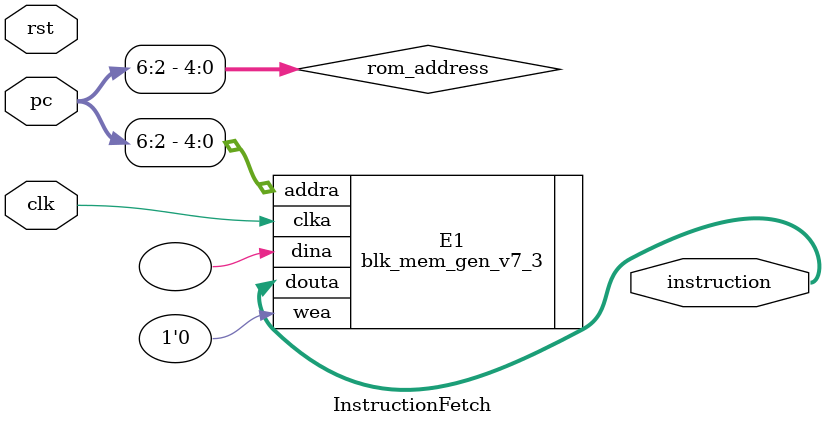
<source format=v>
`timescale 1ns / 1ps
module InstructionFetch(input wire [31:0] pc,output wire [31:0] instruction,input wire clk,input wire rst);
	wire [4:0] rom_address;
	assign rom_address = pc[6:2];
	
	blk_mem_gen_v7_3 E1 (.clka(clk),.wea(1'b0),.addra(rom_address),.dina(),.douta(instruction));
endmodule
 
</source>
